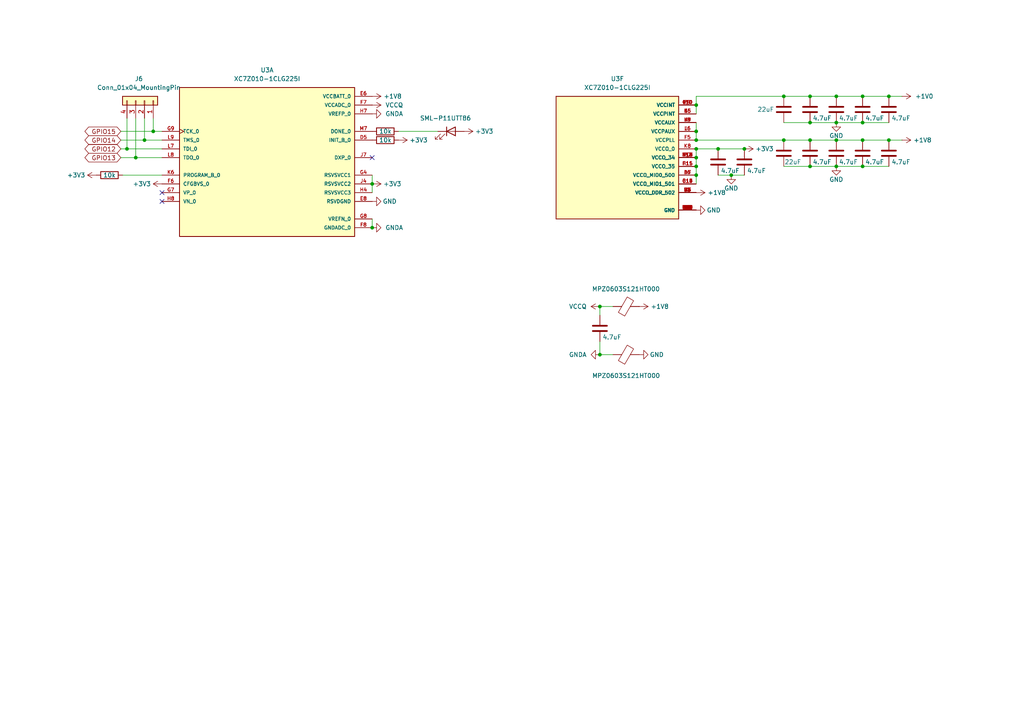
<source format=kicad_sch>
(kicad_sch (version 20231120) (generator "eeschema") (generator_version "8.0")
  (paper "A4")
  (lib_symbols
    (symbol "Connector_Generic_MountingPin:Conn_01x04_MountingPin" (pin_names (offset 1.016) hide)
      (property "Reference" "J6" (at 6.35 -1.6256 90))
      (property "Value" "Conn_01x04_MountingPin" (at 3.81 -1.6256 90))
      (symbol "Conn_01x04_MountingPin_1_1"
        (rectangle (start -1.27 -4.953) (end 0 -5.207) (stroke (width 0.1524)))
        (rectangle (start -1.27 -2.413) (end 0 -2.667) (stroke (width 0.1524)))
        (rectangle (start -1.27 0.127) (end 0 -0.127) (stroke (width 0.1524)))
        (rectangle (start -1.27 2.667) (end 0 2.413) (stroke (width 0.1524)))
        (rectangle (start -1.27 3.81) (end 1.27 -6.35) (stroke (width 0.254)) (fill (type background)))
        (pin passive line (at -5.08 2.54 0) (length 3.81) (name "Pin_1") (number "1"))
        (pin passive line (at -5.08 0 0) (length 3.81) (name "Pin_2") (number "2"))
        (pin passive line (at -5.08 -2.54 0) (length 3.81) (name "Pin_3") (number "3"))
        (pin passive line (at -5.08 -5.08 0) (length 3.81) (name "Pin_4") (number "4"))
      )
    )
    (symbol "Device:C" (pin_numbers hide) (pin_names (offset 0.254))
      (property "Reference" "C" (at 0.635 2.54 0))
      (property "Value" "C" (at 0.635 -2.54 0))
      (symbol "C_0_1"
        (polyline (pts (xy -2.032 -0.762) (xy 2.032 -0.762)) (stroke (width 0.508)))
        (polyline (pts (xy -2.032 0.762) (xy 2.032 0.762)) (stroke (width 0.508)))
      )
      (symbol "C_1_1"
        (pin passive line (at 0 3.81 270) (length 2.794) (name "~") (number "1"))
        (pin passive line (at 0 -3.81 90) (length 2.794) (name "~") (number "2"))
      )
    )
    (symbol "Device:FerriteBead" (pin_numbers hide) (pin_names (offset 0))
      (property "Reference" "FB" (at -3.81 0.635 90))
      (property "Value" "FerriteBead" (at 3.81 0 90))
      (symbol "FerriteBead_0_1"
        (polyline (pts (xy 0 -1.27) (xy 0 -1.2192)))
        (polyline (pts (xy 0 1.27) (xy 0 1.2954)))
        (polyline (pts (xy -2.7686 0.4064) (xy -1.7018 2.2606) (xy 2.7686 -0.3048) (xy 1.6764 -2.159) (xy -2.7686 0.4064)))
      )
      (symbol "FerriteBead_1_1"
        (pin passive line (at 0 3.81 270) (length 2.54) (name "~") (number "1"))
        (pin passive line (at 0 -3.81 90) (length 2.54) (name "~") (number "2"))
      )
    )
    (symbol "Device:LED" (pin_numbers hide) (pin_names (offset 1.016) hide)
      (property "Reference" "D" (at 0 2.54 0))
      (property "Value" "LED" (at 0 -2.54 0))
      (symbol "LED_0_1"
        (polyline (pts (xy -1.27 -1.27) (xy -1.27 1.27)) (stroke (width 0.254)))
        (polyline (pts (xy -1.27 0) (xy 1.27 0)))
        (polyline (pts (xy 1.27 -1.27) (xy 1.27 1.27) (xy -1.27 0) (xy 1.27 -1.27)) (stroke (width 0.254)))
        (polyline (pts (xy -3.048 -0.762) (xy -4.572 -2.286) (xy -3.81 -2.286) (xy -4.572 -2.286) (xy -4.572 -1.524)))
        (polyline (pts (xy -1.778 -0.762) (xy -3.302 -2.286) (xy -2.54 -2.286) (xy -3.302 -2.286) (xy -3.302 -1.524)))
      )
      (symbol "LED_1_1"
        (pin passive line (at -3.81 0 0) (length 2.54) (name "K") (number "1"))
        (pin passive line (at 3.81 0 180) (length 2.54) (name "A") (number "2"))
      )
    )
    (symbol "Device:R" (pin_numbers hide) (pin_names (offset 0))
      (property "Reference" "R" (at 2.032 0 90))
      (property "Value" "R" (at 0 0 90))
      (symbol "R_0_1"
        (rectangle (start -1.016 -2.54) (end 1.016 2.54) (stroke (width 0.254)))
      )
      (symbol "R_1_1"
        (pin passive line (at 0 3.81 270) (length 1.27) (name "~") (number "1"))
        (pin passive line (at 0 -3.81 90) (length 1.27) (name "~") (number "2"))
      )
    )
    (symbol "ESP32-PRO_Rev_B1:GND" (power) (pin_names (offset 0))
      (property "Value" "GND" (at 0 -3.81 0))
      (symbol "GND_0_1"
        (polyline (pts (xy 0 0) (xy 0 -1.27) (xy 1.27 -1.27) (xy 0 -2.54) (xy -1.27 -1.27) (xy 0 -1.27)))
      )
      (symbol "GND_1_1"
        (pin power_in line (at 0 0 270) (length 0) hide (name "GND") (number "1"))
      )
    )
    (symbol "Personal:XC7Z010-1CLG225I" (pin_names (offset 1.016))
      (property "Reference" "U" (at -25.5456 24.8201 0))
      (property "Value" "XC7Z010-1CLG225I" (at -25.5473 -24.1252 0))
      (symbol "XC7Z010-1CLG225I_1_0"
        (rectangle (start -25.4 -20.32) (end 25.4 22.86) (stroke (width 0.254)) (fill (type background)))
        (pin bidirectional line (at 30.48 7.62 180) (length 5.08) (name "INIT_B_0") (number "D5"))
        (pin power_in line (at 30.48 20.32 180) (length 5.08) (name "VCCBATT_0") (number "E6"))
        (pin passive line (at 30.48 -10.16 180) (length 5.08) (name "RSVDGND") (number "E8"))
        (pin input line (at -30.48 -5.08 0) (length 5.08) (name "CFGBVS_0") (number "F6"))
        (pin power_in line (at 30.48 17.78 180) (length 5.08) (name "VCCADC_0") (number "F7"))
        (pin power_in line (at 30.48 -17.78 180) (length 5.08) (name "GNDADC_0") (number "F8"))
        (pin passive line (at 30.48 -2.54 180) (length 5.08) (name "RSVSVCC1") (number "G4"))
        (pin input line (at -30.48 -7.62 0) (length 5.08) (name "VP_0") (number "G7"))
        (pin power_in line (at 30.48 -15.24 180) (length 5.08) (name "VREFN_0") (number "G8"))
        (pin input clock (at -30.48 10.16 0) (length 5.08) (name "TCK_0") (number "G9"))
        (pin passive line (at 30.48 -7.62 180) (length 5.08) (name "RSVSVCC3") (number "H4"))
        (pin power_in line (at 30.48 15.24 180) (length 5.08) (name "VREFP_0") (number "H7"))
        (pin input line (at -30.48 -10.16 0) (length 5.08) (name "VN_0") (number "H8"))
        (pin passive line (at 30.48 -5.08 180) (length 5.08) (name "RSVSVCC2") (number "J4"))
        (pin output line (at 30.48 2.54 180) (length 5.08) (name "DXP_0") (number "J7"))
        (pin input line (at -30.48 -2.54 0) (length 5.08) (name "PROGRAM_B_0") (number "K6"))
        (pin input line (at -30.48 5.08 0) (length 5.08) (name "TDI_0") (number "L7"))
        (pin output line (at -30.48 2.54 0) (length 5.08) (name "TDO_0") (number "L8"))
        (pin input line (at -30.48 7.62 0) (length 5.08) (name "TMS_0") (number "L9"))
        (pin bidirectional line (at 30.48 10.16 180) (length 5.08) (name "DONE_0") (number "M7"))
      )
      (symbol "XC7Z010-1CLG225I_2_0"
        (rectangle (start -27.94 -30.48) (end 27.94 33.02) (stroke (width 0.254)) (fill (type background)))
        (pin bidirectional line (at -33.02 30.48 0) (length 5.08) (name "IO_L1P_T0_34") (number "G11"))
        (pin bidirectional line (at -33.02 25.4 0) (length 5.08) (name "IO_L2P_T0_34") (number "G12"))
        (pin bidirectional line (at -33.02 20.32 0) (length 5.08) (name "IO_L3P_T0_DQS_PUDC_B_34") (number "G14"))
        (pin bidirectional line (at -33.02 5.08 0) (length 5.08) (name "IO_L6P_T0_34") (number "H11"))
        (pin bidirectional line (at -33.02 27.94 0) (length 5.08) (name "IO_L1N_T0_34") (number "H12"))
        (pin bidirectional line (at -33.02 22.86 0) (length 5.08) (name "IO_L2N_T0_34") (number "H13"))
        (pin bidirectional line (at -33.02 17.78 0) (length 5.08) (name "IO_L3N_T0_DQS_34") (number "H14"))
        (pin bidirectional line (at -33.02 2.54 0) (length 5.08) (name "IO_L6N_T0_VREF_34") (number "J11"))
        (pin bidirectional line (at -33.02 10.16 0) (length 5.08) (name "IO_L5P_T0_34") (number "J13"))
        (pin bidirectional line (at -33.02 7.62 0) (length 5.08) (name "IO_L5N_T0_34") (number "J14"))
        (pin bidirectional line (at -33.02 15.24 0) (length 5.08) (name "IO_L4P_T0_34") (number "J15"))
        (pin bidirectional line (at -33.02 -20.32 0) (length 5.08) (name "IO_L11P_T1_SRCC_34") (number "K11"))
        (pin bidirectional line (at -33.02 -22.86 0) (length 5.08) (name "IO_L11N_T1_SRCC_34") (number "K12"))
        (pin bidirectional line (at -33.02 -15.24 0) (length 5.08) (name "IO_L10P_T1_34") (number "K13"))
        (pin bidirectional line (at -33.02 12.7 0) (length 5.08) (name "IO_L4N_T0_34") (number "K15"))
        (pin bidirectional line (at -33.02 -25.4 0) (length 5.08) (name "IO_L12P_T1_MRCC_34") (number "L12"))
        (pin bidirectional line (at -33.02 -17.78 0) (length 5.08) (name "IO_L10N_T1_34") (number "L13"))
        (pin bidirectional line (at -33.02 -10.16 0) (length 5.08) (name "IO_L9P_T1_DQS_34") (number "L14"))
        (pin bidirectional line (at -33.02 -5.08 0) (length 5.08) (name "IO_L8P_T1_34") (number "L15"))
        (pin bidirectional line (at 33.02 -5.08 180) (length 5.08) (name "IO_L21P_T3_DQS_34") (number "M10"))
        (pin bidirectional line (at 33.02 -7.62 180) (length 5.08) (name "IO_L21N_T3_DQS_34") (number "M11"))
        (pin bidirectional line (at -33.02 -27.94 0) (length 5.08) (name "IO_L12N_T1_MRCC_34") (number "M12"))
        (pin bidirectional line (at -33.02 -12.7 0) (length 5.08) (name "IO_L9N_T1_DQS_34") (number "M14"))
        (pin bidirectional line (at -33.02 -7.62 0) (length 5.08) (name "IO_L8N_T1_34") (number "M15"))
        (pin bidirectional line (at 33.02 5.08 180) (length 5.08) (name "IO_L19P_T3_34") (number "M9"))
        (pin bidirectional line (at 33.02 30.48 180) (length 5.08) (name "IO_L13P_T2_MRCC_34") (number "N11"))
        (pin bidirectional line (at 33.02 27.94 180) (length 5.08) (name "IO_L13N_T2_MRCC_34") (number "N12"))
        (pin bidirectional line (at -33.02 0 0) (length 5.08) (name "IO_L7P_T1_34") (number "N13"))
        (pin bidirectional line (at -33.02 -2.54 0) (length 5.08) (name "IO_L7N_T1_34") (number "N14"))
        (pin bidirectional line (at 33.02 -10.16 180) (length 5.08) (name "IO_L22P_T3_34") (number "N7"))
        (pin bidirectional line (at 33.02 -12.7 180) (length 5.08) (name "IO_L22N_T3_34") (number "N8"))
        (pin bidirectional line (at 33.02 2.54 180) (length 5.08) (name "IO_L19N_T3_VREF_34") (number "N9"))
        (pin bidirectional line (at 33.02 -20.32 180) (length 5.08) (name "IO_L24P_T3_34") (number "P10"))
        (pin bidirectional line (at 33.02 20.32 180) (length 5.08) (name "IO_L16P_T2_34") (number "P11"))
        (pin bidirectional line (at 33.02 10.16 180) (length 5.08) (name "IO_L18P_T2_34") (number "P13"))
        (pin bidirectional line (at 33.02 7.62 180) (length 5.08) (name "IO_L18N_T2_34") (number "P14"))
        (pin bidirectional line (at 33.02 25.4 180) (length 5.08) (name "IO_L15P_T2_DQS_34") (number "P15"))
        (pin bidirectional line (at 33.02 -15.24 180) (length 5.08) (name "IO_L23P_T3_34") (number "P8"))
        (pin bidirectional line (at 33.02 -17.78 180) (length 5.08) (name "IO_L23N_T3_34") (number "P9"))
        (pin bidirectional line (at 33.02 -22.86 180) (length 5.08) (name "IO_L24N_T3_34") (number "R10"))
        (pin bidirectional line (at 33.02 17.78 180) (length 5.08) (name "IO_L16N_T2_34") (number "R11"))
        (pin bidirectional line (at 33.02 15.24 180) (length 5.08) (name "IO_L17P_T2_34") (number "R12"))
        (pin bidirectional line (at 33.02 12.7 180) (length 5.08) (name "IO_L17N_T2_34") (number "R13"))
        (pin bidirectional line (at 33.02 22.86 180) (length 5.08) (name "IO_L15N_T2_DQS_34") (number "R15"))
        (pin bidirectional line (at 33.02 0 180) (length 5.08) (name "IO_L20P_T3_34") (number "R7"))
        (pin bidirectional line (at 33.02 -2.54 180) (length 5.08) (name "IO_L20N_T3_34") (number "R8"))
      )
      (symbol "XC7Z010-1CLG225I_3_0"
        (rectangle (start -22.86 -10.16) (end 22.86 12.7) (stroke (width 0.254)) (fill (type background)))
        (pin bidirectional line (at -27.94 5.08 0) (length 5.08) (name "IO_L2P_T0_AD8P_35") (number "E11"))
        (pin bidirectional line (at -27.94 2.54 0) (length 5.08) (name "IO_L2N_T0_AD8N_35") (number "E12"))
        (pin bidirectional line (at -27.94 7.62 0) (length 5.08) (name "IO_L1N_T0_AD0N_35") (number "E13"))
        (pin bidirectional line (at -27.94 10.16 0) (length 5.08) (name "IO_L1P_T0_AD0P_35") (number "F12"))
        (pin bidirectional line (at -27.94 0 0) (length 5.08) (name "IO_L3P_T0_DQS_AD1P_35") (number "F13"))
        (pin bidirectional line (at -27.94 -2.54 0) (length 5.08) (name "IO_L3N_T0_DQS_AD1N_35") (number "F14"))
        (pin bidirectional line (at -27.94 -7.62 0) (length 5.08) (name "IO_L5N_T0_AD9N_35") (number "F15"))
        (pin bidirectional line (at -27.94 -5.08 0) (length 5.08) (name "IO_L5P_T0_AD9P_35") (number "G15"))
      )
      (symbol "XC7Z010-1CLG225I_4_0"
        (rectangle (start -22.86 -25.4) (end 22.86 25.4) (stroke (width 0.254)) (fill (type background)))
        (pin bidirectional line (at -27.94 0 0) (length 5.08) (name "PS_MIO6_500") (number "A10"))
        (pin bidirectional line (at 27.94 -20.32 180) (length 5.08) (name "PS_MIO52_501") (number "A12"))
        (pin bidirectional line (at 27.94 -10.16 180) (length 5.08) (name "PS_MIO38_501") (number "A13"))
        (pin bidirectional line (at 27.94 -2.54 180) (length 5.08) (name "PS_MIO35_501") (number "A14"))
        (pin bidirectional line (at 27.94 15.24 180) (length 5.08) (name "PS_MIO28_501") (number "A15"))
        (pin bidirectional line (at -27.94 12.7 0) (length 5.08) (name "PS_MIO1_500") (number "A5"))
        (pin bidirectional line (at -27.94 7.62 0) (length 5.08) (name "PS_MIO3_500") (number "A7"))
        (pin bidirectional line (at -27.94 10.16 0) (length 5.08) (name "PS_MIO2_500") (number "A8"))
        (pin bidirectional line (at -27.94 2.54 0) (length 5.08) (name "PS_MIO5_500") (number "A9"))
        (pin bidirectional line (at -27.94 -12.7 0) (length 5.08) (name "PS_MIO11_500") (number "B10"))
        (pin input line (at 27.94 20.32 180) (length 5.08) (name "PS_SRST_B_501") (number "B11"))
        (pin bidirectional line (at 27.94 -15.24 180) (length 5.08) (name "PS_MIO48_501") (number "B12"))
        (pin bidirectional line (at 27.94 -5.08 180) (length 5.08) (name "PS_MIO36_501") (number "B14"))
        (pin bidirectional line (at 27.94 10.16 180) (length 5.08) (name "PS_MIO30_501") (number "B15"))
        (pin bidirectional line (at -27.94 -7.62 0) (length 5.08) (name "PS_MIO9_500") (number "B5"))
        (pin bidirectional line (at -27.94 -5.08 0) (length 5.08) (name "PS_MIO8_500") (number "B6"))
        (pin bidirectional line (at -27.94 -15.24 0) (length 5.08) (name "PS_MIO12_500") (number "B7"))
        (pin bidirectional line (at -27.94 -20.32 0) (length 5.08) (name "PS_MIO14_500") (number "B9"))
        (pin bidirectional line (at 27.94 2.54 180) (length 5.08) (name "PS_MIO33_501") (number "C11"))
        (pin bidirectional line (at 27.94 7.62 180) (length 5.08) (name "PS_MIO31_501") (number "C12"))
        (pin bidirectional line (at 27.94 -22.86 180) (length 5.08) (name "PS_MIO53_501") (number "C13"))
        (pin bidirectional line (at 27.94 -7.62 180) (length 5.08) (name "PS_MIO37_501") (number "C14"))
        (pin bidirectional line (at -27.94 -17.78 0) (length 5.08) (name "PS_MIO13_500") (number "C6"))
        (pin input clock (at -27.94 22.86 0) (length 5.08) (name "PS_CLK_500") (number "C7"))
        (pin bidirectional line (at -27.94 5.08 0) (length 5.08) (name "PS_MIO4_500") (number "C8"))
        (pin input line (at -27.94 20.32 0) (length 5.08) (name "PS_POR_B_500") (number "C9"))
        (pin bidirectional line (at -27.94 -22.86 0) (length 5.08) (name "PS_MIO15_500") (number "D10"))
        (pin bidirectional line (at 27.94 12.7 180) (length 5.08) (name "PS_MIO29_501") (number "D11"))
        (pin bidirectional line (at 27.94 -17.78 180) (length 5.08) (name "PS_MIO49_501") (number "D13"))
        (pin bidirectional line (at 27.94 -12.7 180) (length 5.08) (name "PS_MIO39_501") (number "D14"))
        (pin bidirectional line (at 27.94 0 180) (length 5.08) (name "PS_MIO34_501") (number "D15"))
        (pin bidirectional line (at -27.94 -10.16 0) (length 5.08) (name "PS_MIO10_500") (number "D6"))
        (pin bidirectional line (at -27.94 15.24 0) (length 5.08) (name "PS_MIO0_500") (number "D8"))
        (pin bidirectional line (at -27.94 -2.54 0) (length 5.08) (name "PS_MIO7_500") (number "D9"))
        (pin bidirectional line (at 27.94 5.08 180) (length 5.08) (name "PS_MIO32_501") (number "E15"))
      )
      (symbol "XC7Z010-1CLG225I_5_0"
        (rectangle (start -27.94 -43.18) (end 27.94 43.18) (stroke (width 0.254)) (fill (type background)))
        (pin bidirectional line (at -33.02 38.1 0) (length 5.08) (name "PS_DDR_DQ1_502") (number "A2"))
        (pin bidirectional line (at -33.02 22.86 0) (length 5.08) (name "PS_DDR_DQ7_502") (number "A3"))
        (pin bidirectional line (at -33.02 27.94 0) (length 5.08) (name "PS_DDR_DQ5_502") (number "A4"))
        (pin output line (at 33.02 -2.54 180) (length 5.08) (name "PS_DDR_DM0_502") (number "B1"))
        (pin bidirectional line (at -33.02 -2.54 0) (length 5.08) (name "PS_DDR_DQS_N0_502") (number "B2"))
        (pin bidirectional line (at -33.02 30.48 0) (length 5.08) (name "PS_DDR_DQ4_502") (number "B4"))
        (pin bidirectional line (at -33.02 33.02 0) (length 5.08) (name "PS_DDR_DQ3_502") (number "C1"))
        (pin bidirectional line (at -33.02 0 0) (length 5.08) (name "PS_DDR_DQS_P0_502") (number "C2"))
        (pin bidirectional line (at -33.02 25.4 0) (length 5.08) (name "PS_DDR_DQ6_502") (number "C3"))
        (pin bidirectional line (at -33.02 35.56 0) (length 5.08) (name "PS_DDR_DQ2_502") (number "C4"))
        (pin bidirectional line (at -33.02 17.78 0) (length 5.08) (name "PS_DDR_DQ9_502") (number "D1"))
        (pin output line (at 33.02 -5.08 180) (length 5.08) (name "PS_DDR_DM1_502") (number "D3"))
        (pin bidirectional line (at -33.02 40.64 0) (length 5.08) (name "PS_DDR_DQ0_502") (number "D4"))
        (pin bidirectional line (at -33.02 20.32 0) (length 5.08) (name "PS_DDR_DQ8_502") (number "E1"))
        (pin bidirectional line (at -33.02 15.24 0) (length 5.08) (name "PS_DDR_DQ10_502") (number "E2"))
        (pin bidirectional line (at -33.02 12.7 0) (length 5.08) (name "PS_DDR_DQ11_502") (number "E3"))
        (pin bidirectional line (at -33.02 -7.62 0) (length 5.08) (name "PS_DDR_DQS_N1_502") (number "F2"))
        (pin bidirectional line (at -33.02 10.16 0) (length 5.08) (name "PS_DDR_DQ12_502") (number "F3"))
        (pin power_in line (at 33.02 40.64 180) (length 5.08) (name "PS_DDR_VREF0_502") (number "F4"))
        (pin bidirectional line (at -33.02 7.62 0) (length 5.08) (name "PS_DDR_DQ13_502") (number "G1"))
        (pin bidirectional line (at -33.02 -5.08 0) (length 5.08) (name "PS_DDR_DQS_P1_502") (number "G2"))
        (pin bidirectional line (at -33.02 5.08 0) (length 5.08) (name "PS_DDR_DQ14_502") (number "H1"))
        (pin bidirectional line (at -33.02 2.54 0) (length 5.08) (name "PS_DDR_DQ15_502") (number "H2"))
        (pin output line (at 33.02 -38.1 180) (length 5.08) (name "PS_DDR_VRP_502") (number "H3"))
        (pin output line (at 33.02 10.16 180) (length 5.08) (name "PS_DDR_A10_502") (number "J1"))
        (pin output line (at 33.02 -40.64 180) (length 5.08) (name "PS_DDR_VRN_502") (number "J3"))
        (pin output line (at 33.02 0 180) (length 5.08) (name "PS_DDR_A14_502") (number "K1"))
        (pin output line (at 33.02 2.54 180) (length 5.08) (name "PS_DDR_A13_502") (number "K2"))
        (pin output line (at 33.02 -25.4 180) (length 5.08) (name "PS_DDR_ODT_502") (number "K3"))
        (pin output line (at 33.02 7.62 180) (length 5.08) (name "PS_DDR_A11_502") (number "L2"))
        (pin output line (at 33.02 -20.32 180) (length 5.08) (name "PS_DDR_CKE_502") (number "L3"))
        (pin output line (at 33.02 -22.86 180) (length 5.08) (name "PS_DDR_DRST_B_502") (number "L4"))
        (pin output line (at 33.02 30.48 180) (length 5.08) (name "PS_DDR_A2_502") (number "M1"))
        (pin output line (at 33.02 5.08 180) (length 5.08) (name "PS_DDR_A12_502") (number "M2"))
        (pin output line (at 33.02 27.94 180) (length 5.08) (name "PS_DDR_A3_502") (number "M4"))
        (pin output line (at 33.02 17.78 180) (length 5.08) (name "PS_DDR_A7_502") (number "M5"))
        (pin output line (at 33.02 -7.62 180) (length 5.08) (name "PS_DDR_BA0_502") (number "M6"))
        (pin output line (at 33.02 33.02 180) (length 5.08) (name "PS_DDR_A1_502") (number "N1"))
        (pin output clock (at 33.02 -17.78 180) (length 5.08) (name "PS_DDR_CKN_502") (number "N2"))
        (pin output clock (at 33.02 -15.24 180) (length 5.08) (name "PS_DDR_CKP_502") (number "N3"))
        (pin output line (at 33.02 12.7 180) (length 5.08) (name "PS_DDR_A9_502") (number "N4"))
        (pin output line (at 33.02 -12.7 180) (length 5.08) (name "PS_DDR_BA2_502") (number "N6"))
        (pin output line (at 33.02 35.56 180) (length 5.08) (name "PS_DDR_A0_502") (number "P1"))
        (pin output line (at 33.02 25.4 180) (length 5.08) (name "PS_DDR_A4_502") (number "P3"))
        (pin output line (at 33.02 22.86 180) (length 5.08) (name "PS_DDR_A5_502") (number "P4"))
        (pin output line (at 33.02 20.32 180) (length 5.08) (name "PS_DDR_A6_502") (number "P5"))
        (pin output line (at 33.02 15.24 180) (length 5.08) (name "PS_DDR_A8_502") (number "P6"))
        (pin output line (at 33.02 -10.16 180) (length 5.08) (name "PS_DDR_BA1_502") (number "R1"))
        (pin output line (at 33.02 -27.94 180) (length 5.08) (name "PS_DDR_CS_B_502") (number "R2"))
        (pin output line (at 33.02 -30.48 180) (length 5.08) (name "PS_DDR_WE_B_502") (number "R3"))
        (pin output line (at 33.02 -33.02 180) (length 5.08) (name "PS_DDR_CAS_B_502") (number "R5"))
        (pin output line (at 33.02 -35.56 180) (length 5.08) (name "PS_DDR_RAS_B_502") (number "R6"))
      )
      (symbol "XC7Z010-1CLG225I_6_0"
        (rectangle (start -17.78 -17.78) (end 17.78 17.78) (stroke (width 0.254)) (fill (type background)))
        (pin power_in line (at 22.86 -15.24 180) (length 5.08) (name "GND") (number "A1"))
        (pin power_in line (at 22.86 -15.24 180) (length 5.08) (name "GND") (number "A11"))
        (pin power_in line (at 22.86 -5.08 180) (length 5.08) (name "VCCO_MIO0_500") (number "A6"))
        (pin power_in line (at 22.86 -7.62 180) (length 5.08) (name "VCCO_MIO1_501") (number "B13"))
        (pin power_in line (at 22.86 -10.16 180) (length 5.08) (name "VCCO_DDR_502") (number "B3"))
        (pin power_in line (at 22.86 -15.24 180) (length 5.08) (name "GND") (number "B8"))
        (pin power_in line (at 22.86 -7.62 180) (length 5.08) (name "VCCO_MIO1_501") (number "C10"))
        (pin power_in line (at 22.86 -15.24 180) (length 5.08) (name "GND") (number "C15"))
        (pin power_in line (at 22.86 -15.24 180) (length 5.08) (name "GND") (number "C5"))
        (pin power_in line (at 22.86 -15.24 180) (length 5.08) (name "GND") (number "D12"))
        (pin power_in line (at 22.86 -15.24 180) (length 5.08) (name "GND") (number "D2"))
        (pin power_in line (at 22.86 -5.08 180) (length 5.08) (name "VCCO_MIO0_500") (number "D7"))
        (pin power_in line (at 22.86 15.24 180) (length 5.08) (name "VCCINT") (number "E10"))
        (pin power_in line (at 22.86 -7.62 180) (length 5.08) (name "VCCO_MIO1_501") (number "E14"))
        (pin power_in line (at 22.86 -10.16 180) (length 5.08) (name "VCCO_DDR_502") (number "E4"))
        (pin power_in line (at 22.86 -15.24 180) (length 5.08) (name "GND") (number "E5"))
        (pin power_in line (at 22.86 -15.24 180) (length 5.08) (name "GND") (number "E7"))
        (pin power_in line (at 22.86 -15.24 180) (length 5.08) (name "GND") (number "E9"))
        (pin power_in line (at 22.86 -10.16 180) (length 5.08) (name "VCCO_DDR_502") (number "F1"))
        (pin power_in line (at 22.86 -15.24 180) (length 5.08) (name "GND") (number "F10"))
        (pin power_in line (at 22.86 -2.54 180) (length 5.08) (name "VCCO_35") (number "F11"))
        (pin power_in line (at 22.86 5.08 180) (length 5.08) (name "VCCPLL") (number "F5"))
        (pin power_in line (at 22.86 15.24 180) (length 5.08) (name "VCCINT") (number "F9"))
        (pin power_in line (at 22.86 15.24 180) (length 5.08) (name "VCCINT") (number "G10"))
        (pin power_in line (at 22.86 -15.24 180) (length 5.08) (name "GND") (number "G13"))
        (pin power_in line (at 22.86 -15.24 180) (length 5.08) (name "GND") (number "G3"))
        (pin power_in line (at 22.86 -15.24 180) (length 5.08) (name "GND") (number "G5"))
        (pin power_in line (at 22.86 12.7 180) (length 5.08) (name "VCCPINT") (number "G6"))
        (pin power_in line (at 22.86 -15.24 180) (length 5.08) (name "GND") (number "H10"))
        (pin power_in line (at 22.86 -2.54 180) (length 5.08) (name "VCCO_35") (number "H15"))
        (pin power_in line (at 22.86 12.7 180) (length 5.08) (name "VCCPINT") (number "H5"))
        (pin power_in line (at 22.86 -15.24 180) (length 5.08) (name "GND") (number "H6"))
        (pin power_in line (at 22.86 10.16 180) (length 5.08) (name "VCCAUX") (number "H9"))
        (pin power_in line (at 22.86 15.24 180) (length 5.08) (name "VCCINT") (number "J10"))
        (pin power_in line (at 22.86 0 180) (length 5.08) (name "VCCO_34") (number "J12"))
        (pin power_in line (at 22.86 -10.16 180) (length 5.08) (name "VCCO_DDR_502") (number "J2"))
        (pin power_in line (at 22.86 -15.24 180) (length 5.08) (name "GND") (number "J5"))
        (pin power_in line (at 22.86 7.62 180) (length 5.08) (name "VCCPAUX") (number "J6"))
        (pin power_in line (at 22.86 10.16 180) (length 5.08) (name "VCCAUX") (number "J8"))
        (pin power_in line (at 22.86 -15.24 180) (length 5.08) (name "GND") (number "J9"))
        (pin power_in line (at 22.86 -15.24 180) (length 5.08) (name "GND") (number "K10"))
        (pin power_in line (at 22.86 -15.24 180) (length 5.08) (name "GND") (number "K14"))
        (pin power_in line (at 22.86 -15.24 180) (length 5.08) (name "GND") (number "K4"))
        (pin power_in line (at 22.86 12.7 180) (length 5.08) (name "VCCPINT") (number "K5"))
        (pin power_in line (at 22.86 -15.24 180) (length 5.08) (name "GND") (number "K7"))
        (pin power_in line (at 22.86 2.54 180) (length 5.08) (name "VCCO_0") (number "K8"))
        (pin power_in line (at 22.86 10.16 180) (length 5.08) (name "VCCAUX") (number "K9"))
        (pin power_in line (at 22.86 -15.24 180) (length 5.08) (name "GND") (number "L1"))
        (pin power_in line (at 22.86 15.24 180) (length 5.08) (name "VCCINT") (number "L10"))
        (pin power_in line (at 22.86 -15.24 180) (length 5.08) (name "GND") (number "L11"))
        (pin power_in line (at 22.86 -15.24 180) (length 5.08) (name "GND") (number "L5"))
        (pin power_in line (at 22.86 7.62 180) (length 5.08) (name "VCCPAUX") (number "L6"))
        (pin power_in line (at 22.86 0 180) (length 5.08) (name "VCCO_34") (number "M13"))
        (pin power_in line (at 22.86 -10.16 180) (length 5.08) (name "VCCO_DDR_502") (number "M3"))
        (pin power_in line (at 22.86 -15.24 180) (length 5.08) (name "GND") (number "M8"))
        (pin power_in line (at 22.86 0 180) (length 5.08) (name "VCCO_34") (number "N10"))
        (pin power_in line (at 22.86 -15.24 180) (length 5.08) (name "GND") (number "N15"))
        (pin power_in line (at 22.86 -15.24 180) (length 5.08) (name "GND") (number "N5"))
        (pin power_in line (at 22.86 -15.24 180) (length 5.08) (name "GND") (number "P12"))
        (pin power_in line (at 22.86 -15.24 180) (length 5.08) (name "GND") (number "P2"))
        (pin power_in line (at 22.86 0 180) (length 5.08) (name "VCCO_34") (number "P7"))
        (pin power_in line (at 22.86 0 180) (length 5.08) (name "VCCO_34") (number "R14"))
        (pin power_in line (at 22.86 -10.16 180) (length 5.08) (name "VCCO_DDR_502") (number "R4"))
        (pin power_in line (at 22.86 -15.24 180) (length 5.08) (name "GND") (number "R9"))
      )
    )
    (symbol "power:+1V0" (power) (pin_numbers hide) (pin_names (offset 0) hide)
      (property "Value" "+1V0" (at 0 3.556 0))
      (symbol "+1V0_0_1"
        (polyline (pts (xy -0.762 1.27) (xy 0 2.54)))
        (polyline (pts (xy 0 0) (xy 0 2.54)))
        (polyline (pts (xy 0 2.54) (xy 0.762 1.27)))
      )
      (symbol "+1V0_1_1"
        (pin power_in line (at 0 0 90) (length 0) (name "~") (number "1"))
      )
    )
    (symbol "power:+1V8" (power) (pin_numbers hide) (pin_names (offset 0) hide)
      (property "Value" "+1V8" (at 0 3.556 0))
      (symbol "+1V8_0_1"
        (polyline (pts (xy -0.762 1.27) (xy 0 2.54)))
        (polyline (pts (xy 0 0) (xy 0 2.54)))
        (polyline (pts (xy 0 2.54) (xy 0.762 1.27)))
      )
      (symbol "+1V8_1_1"
        (pin power_in line (at 0 0 90) (length 0) (name "~") (number "1"))
      )
    )
    (symbol "power:+3V3" (power) (pin_names (offset 0))
      (property "Value" "+3V3" (at 0 3.556 0))
      (symbol "+3V3_0_1"
        (polyline (pts (xy -0.762 1.27) (xy 0 2.54)))
        (polyline (pts (xy 0 0) (xy 0 2.54)))
        (polyline (pts (xy 0 2.54) (xy 0.762 1.27)))
      )
      (symbol "+3V3_1_1"
        (pin power_in line (at 0 0 90) (length 0) hide (name "+3V3") (number "1"))
      )
    )
    (symbol "power:GNDA" (power) (pin_numbers hide) (pin_names (offset 0) hide)
      (property "Value" "GNDA" (at 0 -3.81 0))
      (symbol "GNDA_0_1"
        (polyline (pts (xy 0 0) (xy 0 -1.27) (xy 1.27 -1.27) (xy 0 -2.54) (xy -1.27 -1.27) (xy 0 -1.27)))
      )
      (symbol "GNDA_1_1"
        (pin power_in line (at 0 0 270) (length 0) (name "~") (number "1"))
      )
    )
    (symbol "power:VCCQ" (power) (pin_numbers hide) (pin_names (offset 0) hide)
      (property "Value" "VCCQ" (at 0 3.556 0))
      (symbol "VCCQ_0_1"
        (polyline (pts (xy -0.762 1.27) (xy 0 2.54)))
        (polyline (pts (xy 0 0) (xy 0 2.54)))
        (polyline (pts (xy 0 2.54) (xy 0.762 1.27)))
      )
      (symbol "VCCQ_1_1"
        (pin power_in line (at 0 0 90) (length 0) (name "~") (number "1"))
      )
    )
  )
  (junction (at 173.99 102.87))
  (junction (at 212.09 50.8))
  (junction (at 250.19 27.94))
  (junction (at 257.81 27.94))
  (junction (at 201.93 30.48))
  (junction (at 234.95 27.94))
  (junction (at 201.93 50.8))
  (junction (at 227.33 27.94))
  (junction (at 257.81 40.64))
  (junction (at 234.95 48.26))
  (junction (at 41.91 40.64))
  (junction (at 242.57 35.56))
  (junction (at 201.93 38.1))
  (junction (at 234.95 35.56))
  (junction (at 201.93 48.26))
  (junction (at 242.57 40.64))
  (junction (at 250.19 40.64))
  (junction (at 227.33 40.64))
  (junction (at 201.93 45.72))
  (junction (at 208.28 43.18))
  (junction (at 173.99 88.9))
  (junction (at 250.19 35.56))
  (junction (at 215.9 43.18))
  (junction (at 36.83 43.18))
  (junction (at 107.95 66.04))
  (junction (at 201.93 40.64))
  (junction (at 44.45 38.1))
  (junction (at 242.57 48.26))
  (junction (at 39.37 45.72))
  (junction (at 234.95 40.64))
  (junction (at 250.19 48.26))
  (junction (at 201.93 43.18))
  (junction (at 242.57 27.94))
  (junction (at 107.95 53.34))
  (no_connect (at 46.99 55.88))
  (no_connect (at 46.99 58.42))
  (no_connect (at 107.95 45.72))
  (wire (pts (xy 227.33 35.56) (xy 234.95 35.56)))
  (wire (pts (xy 39.37 34.29) (xy 39.37 45.72)))
  (wire (pts (xy 107.95 63.5) (xy 107.95 66.04)))
  (wire (pts (xy 44.45 34.29) (xy 44.45 38.1)))
  (wire (pts (xy 208.28 43.18) (xy 215.9 43.18)))
  (wire (pts (xy 107.95 53.34) (xy 107.95 55.88)))
  (wire (pts (xy 36.83 43.18) (xy 46.99 43.18)))
  (wire (pts (xy 227.33 27.94) (xy 234.95 27.94)))
  (wire (pts (xy 173.99 91.44) (xy 173.99 88.9)))
  (wire (pts (xy 201.93 27.94) (xy 201.93 30.48)))
  (wire (pts (xy 35.052 43.18) (xy 36.83 43.18)))
  (wire (pts (xy 250.19 40.64) (xy 257.81 40.64)))
  (wire (pts (xy 201.93 30.48) (xy 201.93 33.02)))
  (wire (pts (xy 201.93 43.18) (xy 208.28 43.18)))
  (wire (pts (xy 257.81 40.64) (xy 261.62 40.64)))
  (wire (pts (xy 35.052 38.1) (xy 44.45 38.1)))
  (wire (pts (xy 35.56 50.8) (xy 46.99 50.8)))
  (wire (pts (xy 234.95 27.94) (xy 242.57 27.94)))
  (wire (pts (xy 201.93 27.94) (xy 227.33 27.94)))
  (wire (pts (xy 35.052 45.72) (xy 39.37 45.72)))
  (wire (pts (xy 242.57 27.94) (xy 250.19 27.94)))
  (wire (pts (xy 234.95 48.26) (xy 242.57 48.26)))
  (wire (pts (xy 208.28 50.8) (xy 212.09 50.8)))
  (wire (pts (xy 212.09 50.8) (xy 215.9 50.8)))
  (wire (pts (xy 201.93 50.8) (xy 201.93 53.34)))
  (wire (pts (xy 36.83 34.29) (xy 36.83 43.18)))
  (wire (pts (xy 242.57 35.56) (xy 250.19 35.56)))
  (wire (pts (xy 250.19 48.26) (xy 257.81 48.26)))
  (wire (pts (xy 234.95 35.56) (xy 242.57 35.56)))
  (wire (pts (xy 257.81 27.94) (xy 261.62 27.94)))
  (wire (pts (xy 39.37 45.72) (xy 46.99 45.72)))
  (wire (pts (xy 35.052 40.64) (xy 41.91 40.64)))
  (wire (pts (xy 250.19 35.56) (xy 257.81 35.56)))
  (wire (pts (xy 234.95 40.64) (xy 242.57 40.64)))
  (wire (pts (xy 227.33 48.26) (xy 234.95 48.26)))
  (wire (pts (xy 41.91 40.64) (xy 46.99 40.64)))
  (wire (pts (xy 201.93 45.72) (xy 201.93 48.26)))
  (wire (pts (xy 201.93 40.64) (xy 227.33 40.64)))
  (wire (pts (xy 242.57 40.64) (xy 250.19 40.64)))
  (wire (pts (xy 177.8 102.87) (xy 173.99 102.87)))
  (wire (pts (xy 173.99 102.87) (xy 173.99 99.06)))
  (wire (pts (xy 41.91 34.29) (xy 41.91 40.64)))
  (wire (pts (xy 227.33 40.64) (xy 234.95 40.64)))
  (wire (pts (xy 107.95 50.8) (xy 107.95 53.34)))
  (wire (pts (xy 201.93 35.56) (xy 201.93 38.1)))
  (wire (pts (xy 127 38.1) (xy 115.57 38.1)))
  (wire (pts (xy 44.45 38.1) (xy 46.99 38.1)))
  (wire (pts (xy 250.19 27.94) (xy 257.81 27.94)))
  (wire (pts (xy 173.99 88.9) (xy 177.8 88.9)))
  (wire (pts (xy 201.93 48.26) (xy 201.93 50.8)))
  (wire (pts (xy 201.93 38.1) (xy 201.93 40.64)))
  (wire (pts (xy 242.57 48.26) (xy 250.19 48.26)))
  (wire (pts (xy 201.93 43.18) (xy 201.93 45.72)))
  (global_label "GPIO13" (shape bidirectional) (at 35.052 45.72 180) (property "Intersheetrefs" "${INTERSHEET_REFS}" (effects (hide yes))))
  (global_label "GPIO12" (shape bidirectional) (at 35.052 43.18 180) (property "Intersheetrefs" "${INTERSHEET_REFS}" (effects (hide yes))))
  (global_label "GPIO14" (shape bidirectional) (at 35.052 40.64 180) (property "Intersheetrefs" "${INTERSHEET_REFS}" (effects (hide yes))))
  (global_label "GPIO15" (shape bidirectional) (at 35.052 38.1 180) (property "Intersheetrefs" "${INTERSHEET_REFS}" (effects (hide yes))))
  (symbol (lib_id "Device:C") (at 227.33 44.45 180) (unit 1)
    (property "Reference" "C12" (effects (hide yes)))
    (property "Value" "22uF" (at 232.41 46.99 0) (effects (justify left)))
    (property "Footprint" "Capacitor_SMD:C_0402_1005Metric" (effects (hide yes)))
    (property "Description" "Unpolarized capacitor" (effects (hide yes)))
  )
  (symbol (lib_id "ESP32-PRO_Rev_B1:GND") (at 212.09 50.8 0) (unit 1)
    (property "Reference" "#PWR034" (effects (hide yes)))
    (property "Value" "GND" (at 212.09 54.61 0))
  )
  (symbol (lib_id "power:+1V8") (at 261.62 40.64 270) (unit 1)
    (property "Reference" "#PWR035" (effects (hide yes)))
    (property "Value" "+1V8" (at 264.922 40.64 90) (effects (justify left)))
    (property "Description" "Power symbol creates a global label with name \"+1V8\"" (effects (hide yes)))
  )
  (symbol (lib_id "Device:LED") (at 130.81 38.1 0) (unit 1)
    (property "Reference" "D1" (effects (hide yes)))
    (property "Value" "SML-P11UTT86" (at 129.2225 34.29 0))
    (property "Footprint" "LED_SMD:LED_0402_1005Metric" (effects (hide yes)))
    (property "Description" "Light emitting diode" (effects (hide yes)))
  )
  (symbol (lib_id "Device:R") (at 111.76 40.64 270) (unit 1)
    (property "Reference" "R12" (effects (hide yes)))
    (property "Value" "10k" (at 111.76 40.64 90))
    (property "Footprint" "Capacitor_SMD:C_0402_1005Metric" (effects (hide yes)))
    (property "Description" "Resistor" (effects (hide yes)))
  )
  (symbol (lib_id "Device:C") (at 242.57 31.75 0) (unit 1)
    (property "Reference" "C21" (effects (hide yes)))
    (property "Value" "4.7uF" (at 243.332 34.29 0) (effects (justify left)))
    (property "Footprint" "Capacitor_SMD:C_0402_1005Metric" (effects (hide yes)))
    (property "Description" "Unpolarized capacitor" (effects (hide yes)))
  )
  (symbol (lib_id "ESP32-PRO_Rev_B1:GND") (at 201.93 60.96 90) (unit 1)
    (property "Reference" "#PWR039" (effects (hide yes)))
    (property "Value" "GND" (at 207.01 60.96 90))
  )
  (symbol (lib_id "power:+1V8") (at 201.93 55.88 270) (unit 1)
    (property "Reference" "#PWR038" (effects (hide yes)))
    (property "Value" "+1V8" (at 205.232 55.88 90) (effects (justify left)))
    (property "Description" "Power symbol creates a global label with name \"+1V8\"" (effects (hide yes)))
  )
  (symbol (lib_id "power:+3V3") (at 107.95 53.34 270) (unit 1)
    (property "Reference" "#PWR047" (effects (hide yes)))
    (property "Value" "+3V3" (at 113.792 53.34 90))
  )
  (symbol (lib_id "power:GNDA") (at 107.95 66.04 90) (mirror x) (unit 1)
    (property "Reference" "#PWR044" (effects (hide yes)))
    (property "Value" "GNDA" (at 111.76 66.0399 90) (effects (justify right)))
    (property "Description" "Power symbol creates a global label with name \"GNDA\" , analog ground" (effects (hide yes)))
  )
  (symbol (lib_id "power:+3V3") (at 46.99 53.34 90) (mirror x) (unit 1)
    (property "Reference" "#PWR049" (effects (hide yes)))
    (property "Value" "+3V3" (at 41.148 53.34 90))
  )
  (symbol (lib_id "Device:C") (at 234.95 31.75 0) (unit 1)
    (property "Reference" "C20" (effects (hide yes)))
    (property "Value" "4.7uF" (at 235.712 34.29 0) (effects (justify left)))
    (property "Footprint" "Capacitor_SMD:C_0402_1005Metric" (effects (hide yes)))
    (property "Description" "Unpolarized capacitor" (effects (hide yes)))
  )
  (symbol (lib_id "power:+3V3") (at 134.62 38.1 270) (unit 1)
    (property "Reference" "#PWR052" (effects (hide yes)))
    (property "Value" "+3V3" (at 140.462 38.1 90))
  )
  (symbol (lib_id "Device:R") (at 31.75 50.8 270) (unit 1)
    (property "Reference" "R13" (effects (hide yes)))
    (property "Value" "10k" (at 31.75 50.8 90))
    (property "Footprint" "Capacitor_SMD:C_0402_1005Metric" (effects (hide yes)))
    (property "Description" "Resistor" (effects (hide yes)))
  )
  (symbol (lib_id "ESP32-PRO_Rev_B1:GND") (at 242.57 35.56 0) (unit 1)
    (property "Reference" "#PWR053" (effects (hide yes)))
    (property "Value" "GND" (at 242.57 39.37 0))
  )
  (symbol (lib_id "Device:C") (at 215.9 46.99 0) (unit 1)
    (property "Reference" "C25" (effects (hide yes)))
    (property "Value" "4.7uF" (at 216.662 49.53 0) (effects (justify left)))
    (property "Footprint" "Capacitor_SMD:C_0402_1005Metric" (effects (hide yes)))
    (property "Description" "Unpolarized capacitor" (effects (hide yes)))
  )
  (symbol (lib_id "power:VCCQ") (at 107.95 30.48 270) (unit 1)
    (property "Reference" "#PWR041" (effects (hide yes)))
    (property "Value" "VCCQ" (at 111.76 30.4799 90) (effects (justify left)))
    (property "Description" "Power symbol creates a global label with name \"VCCQ\"" (effects (hide yes)))
  )
  (symbol (lib_id "Device:C") (at 250.19 44.45 0) (unit 1)
    (property "Reference" "C15" (effects (hide yes)))
    (property "Value" "4.7uF" (at 250.952 46.99 0) (effects (justify left)))
    (property "Footprint" "Capacitor_SMD:C_0402_1005Metric" (effects (hide yes)))
    (property "Description" "Unpolarized capacitor" (effects (hide yes)))
  )
  (symbol (lib_id "Personal:XC7Z010-1CLG225I") (at 179.07 45.72 0) (unit 6)
    (property "Reference" "U3" (at 179.07 22.86 0))
    (property "Value" "XC7Z010-1CLG225I" (at 179.07 25.4 0))
    (property "Footprint" "Sync_VT extras:225-LFBGA" (effects (hide yes)))
    (property "MF" "Xilinx Inc." (effects (hide yes)))
    (property "SNAPEDA_PACKAGE_ID" "16134" (effects (hide yes)))
    (property "PACKAGE" "CSPBGA-225 Xilinx" (effects (hide yes)))
    (property "MPN" "XC7Z010-1CLG225I" (effects (hide yes)))
    (property "PRICE" "61.07 USD" (effects (hide yes)))
    (property "Package" "CSPBGA-225 Xilinx" (effects (hide yes)))
    (property "Check_prices" "https://www.snapeda.com/parts/XC7Z010-1CLG225I/Xilinx+Inc./view-part/?ref=eda" (effects (hide yes)))
    (property "STANDARD" "IPC-7351B" (effects (hide yes)))
    (property "PARREV" "1.8" (effects (hide yes)))
    (property "SnapEDA_Link" "https://www.snapeda.com/parts/XC7Z010-1CLG225I/Xilinx+Inc./view-part/?ref=snap" (effects (hide yes)))
    (property "MP" "XC7Z010-1CLG225I" (effects (hide yes)))
    (property "Price" "None" (effects (hide yes)))
    (property "Description_1" "\n                        \n                            Dual ARM® Cortex®-A9 MPCore™ with CoreSight™ System On Chip (SOC) IC Zynq®-7000 Artix™-7 FPGA, 28K Logic Cells   667MHz 225-CSPBGA (13x13)\n                        \n" (effects (hide yes)))
    (property "Availability" "In Stock" (effects (hide yes)))
    (property "AVAILABILITY" "Bad" (effects (hide yes)))
    (property "MANUFACTURER" "Xilinx" (effects (hide yes)))
  )
  (symbol (lib_id "power:GNDA") (at 173.99 102.87 270) (unit 1)
    (property "Reference" "#PWR043" (effects (hide yes)))
    (property "Value" "GNDA" (at 170.18 102.8699 90) (effects (justify right)))
    (property "Description" "Power symbol creates a global label with name \"GNDA\" , analog ground" (effects (hide yes)))
  )
  (symbol (lib_id "power:+3V3") (at 27.94 50.8 90) (mirror x) (unit 1)
    (property "Reference" "#PWR050" (effects (hide yes)))
    (property "Value" "+3V3" (at 22.098 50.8 90))
  )
  (symbol (lib_id "power:+3V3") (at 215.9 43.18 270) (unit 1)
    (property "Reference" "#PWR037" (effects (hide yes)))
    (property "Value" "+3V3" (at 221.742 43.18 90))
  )
  (symbol (lib_id "Device:C") (at 250.19 31.75 0) (unit 1)
    (property "Reference" "C22" (effects (hide yes)))
    (property "Value" "4.7uF" (at 250.952 34.29 0) (effects (justify left)))
    (property "Footprint" "Capacitor_SMD:C_0402_1005Metric" (effects (hide yes)))
    (property "Description" "Unpolarized capacitor" (effects (hide yes)))
  )
  (symbol (lib_id "Connector_Generic_MountingPin:Conn_01x04_MountingPin") (at 41.91 29.21 270) (mirror x) (unit 1)
    (property "Reference" "J6" (at 40.2844 22.86 90))
    (property "Value" "Conn_01x04_MountingPin" (at 40.2844 25.4 90))
    (property "Footprint" "Connector_PinSocket_2.54mm:PinSocket_2x02_P2.54mm_Vertical" (effects (hide yes)))
    (property "Description" "Generic connectable mounting pin connector, single row, 01x04, script generated (kicad-library-utils/schlib/autogen/connector/)" (effects (hide yes)))
  )
  (symbol (lib_id "power:+1V8") (at 185.42 88.9 270) (unit 1)
    (property "Reference" "#PWR036" (effects (hide yes)))
    (property "Value" "+1V8" (at 188.722 88.9 90) (effects (justify left)))
    (property "Description" "Power symbol creates a global label with name \"+1V8\"" (effects (hide yes)))
  )
  (symbol (lib_id "Device:C") (at 173.99 95.25 0) (unit 1)
    (property "Reference" "C18" (effects (hide yes)))
    (property "Value" "4.7uF" (at 174.752 97.79 0) (effects (justify left)))
    (property "Footprint" "Capacitor_SMD:C_0402_1005Metric" (effects (hide yes)))
    (property "Description" "Unpolarized capacitor" (effects (hide yes)))
  )
  (symbol (lib_id "power:+1V0") (at 261.62 27.94 270) (unit 1)
    (property "Reference" "#PWR054" (effects (hide yes)))
    (property "Value" "+1V0" (at 265.43 27.9399 90) (effects (justify left)))
    (property "Description" "Power symbol creates a global label with name \"+1V0\"" (effects (hide yes)))
  )
  (symbol (lib_id "power:VCCQ") (at 173.99 88.9 90) (unit 1)
    (property "Reference" "#PWR042" (effects (hide yes)))
    (property "Value" "VCCQ" (at 170.18 88.8999 90) (effects (justify left)))
    (property "Description" "Power symbol creates a global label with name \"VCCQ\"" (effects (hide yes)))
  )
  (symbol (lib_id "Device:C") (at 234.95 44.45 0) (unit 1)
    (property "Reference" "C14" (effects (hide yes)))
    (property "Value" "4.7uF" (at 235.712 46.99 0) (effects (justify left)))
    (property "Footprint" "Capacitor_SMD:C_0402_1005Metric" (effects (hide yes)))
    (property "Description" "Unpolarized capacitor" (effects (hide yes)))
  )
  (symbol (lib_id "Device:C") (at 257.81 31.75 0) (unit 1)
    (property "Reference" "C23" (effects (hide yes)))
    (property "Value" "4.7uF" (at 258.572 34.29 0) (effects (justify left)))
    (property "Footprint" "Capacitor_SMD:C_0402_1005Metric" (effects (hide yes)))
    (property "Description" "Unpolarized capacitor" (effects (hide yes)))
  )
  (symbol (lib_id "ESP32-PRO_Rev_B1:GND") (at 242.57 48.26 0) (unit 1)
    (property "Reference" "#PWR033" (effects (hide yes)))
    (property "Value" "GND" (at 242.57 52.07 0))
  )
  (symbol (lib_id "Device:C") (at 257.81 44.45 0) (unit 1)
    (property "Reference" "C17" (effects (hide yes)))
    (property "Value" "4.7uF" (at 258.572 46.99 0) (effects (justify left)))
    (property "Footprint" "Capacitor_SMD:C_0402_1005Metric" (effects (hide yes)))
    (property "Description" "Unpolarized capacitor" (effects (hide yes)))
  )
  (symbol (lib_id "power:+1V8") (at 107.95 27.94 270) (unit 1)
    (property "Reference" "#PWR051" (effects (hide yes)))
    (property "Value" "+1V8" (at 111.252 27.94 90) (effects (justify left)))
    (property "Description" "Power symbol creates a global label with name \"+1V8\"" (effects (hide yes)))
  )
  (symbol (lib_id "Device:FerriteBead") (at 181.61 88.9 90) (unit 1)
    (property "Reference" "FB1" (effects (hide yes)))
    (property "Value" "MPZ0603S121HT000" (at 181.5592 83.82 90))
    (property "Footprint" "Capacitor_SMD:C_0201_0603Metric" (effects (hide yes)))
    (property "Description" "Ferrite bead" (effects (hide yes)))
  )
  (symbol (lib_id "power:GNDA") (at 107.95 33.02 90) (mirror x) (unit 1)
    (property "Reference" "#PWR045" (effects (hide yes)))
    (property "Value" "GNDA" (at 111.76 33.0199 90) (effects (justify right)))
    (property "Description" "Power symbol creates a global label with name \"GNDA\" , analog ground" (effects (hide yes)))
  )
  (symbol (lib_id "power:+3V3") (at 115.57 40.64 270) (unit 1)
    (property "Reference" "#PWR048" (effects (hide yes)))
    (property "Value" "+3V3" (at 121.412 40.64 90))
  )
  (symbol (lib_id "ESP32-PRO_Rev_B1:GND") (at 107.95 58.42 90) (unit 1)
    (property "Reference" "#PWR046" (effects (hide yes)))
    (property "Value" "GND" (at 113.03 58.42 90))
  )
  (symbol (lib_id "Device:R") (at 111.76 38.1 270) (unit 1)
    (property "Reference" "R11" (effects (hide yes)))
    (property "Value" "10k" (at 111.76 38.1 90))
    (property "Footprint" "Capacitor_SMD:C_0402_1005Metric" (effects (hide yes)))
    (property "Description" "Resistor" (effects (hide yes)))
  )
  (symbol (lib_id "Device:C") (at 208.28 46.99 0) (unit 1)
    (property "Reference" "C24" (effects (hide yes)))
    (property "Value" "4.7uF" (at 209.042 49.53 0) (effects (justify left)))
    (property "Footprint" "Capacitor_SMD:C_0402_1005Metric" (effects (hide yes)))
    (property "Description" "Unpolarized capacitor" (effects (hide yes)))
  )
  (symbol (lib_id "ESP32-PRO_Rev_B1:GND") (at 185.42 102.87 90) (unit 1)
    (property "Reference" "#PWR040" (effects (hide yes)))
    (property "Value" "GND" (at 190.5 102.87 90))
  )
  (symbol (lib_id "Device:C") (at 242.57 44.45 0) (unit 1)
    (property "Reference" "C16" (effects (hide yes)))
    (property "Value" "4.7uF" (at 243.332 46.99 0) (effects (justify left)))
    (property "Footprint" "Capacitor_SMD:C_0402_1005Metric" (effects (hide yes)))
    (property "Description" "Unpolarized capacitor" (effects (hide yes)))
  )
  (symbol (lib_id "Personal:XC7Z010-1CLG225I") (at 77.47 48.26 0) (unit 1)
    (property "Reference" "U3" (at 77.47 20.32 0))
    (property "Value" "XC7Z010-1CLG225I" (at 77.47 22.86 0))
    (property "Footprint" "Sync_VT extras:225-LFBGA" (effects (hide yes)))
    (property "MF" "Xilinx Inc." (effects (hide yes)))
    (property "SNAPEDA_PACKAGE_ID" "16134" (effects (hide yes)))
    (property "PACKAGE" "CSPBGA-225 Xilinx" (effects (hide yes)))
    (property "MPN" "XC7Z010-1CLG225I" (effects (hide yes)))
    (property "PRICE" "61.07 USD" (effects (hide yes)))
    (property "Package" "CSPBGA-225 Xilinx" (effects (hide yes)))
    (property "Check_prices" "https://www.snapeda.com/parts/XC7Z010-1CLG225I/Xilinx+Inc./view-part/?ref=eda" (effects (hide yes)))
    (property "STANDARD" "IPC-7351B" (effects (hide yes)))
    (property "PARREV" "1.8" (effects (hide yes)))
    (property "SnapEDA_Link" "https://www.snapeda.com/parts/XC7Z010-1CLG225I/Xilinx+Inc./view-part/?ref=snap" (effects (hide yes)))
    (property "MP" "XC7Z010-1CLG225I" (effects (hide yes)))
    (property "Price" "None" (effects (hide yes)))
    (property "Description_1" "\n                        \n                            Dual ARM® Cortex®-A9 MPCore™ with CoreSight™ System On Chip (SOC) IC Zynq®-7000 Artix™-7 FPGA, 28K Logic Cells   667MHz 225-CSPBGA (13x13)\n                        \n" (effects (hide yes)))
    (property "Availability" "In Stock" (effects (hide yes)))
    (property "AVAILABILITY" "Bad" (effects (hide yes)))
    (property "MANUFACTURER" "Xilinx" (effects (hide yes)))
  )
  (symbol (lib_id "Device:FerriteBead") (at 181.61 102.87 90) (unit 1)
    (property "Reference" "FB2" (effects (hide yes)))
    (property "Value" "MPZ0603S121HT000" (at 181.61 108.966 90))
    (property "Footprint" "Capacitor_SMD:C_0201_0603Metric" (effects (hide yes)))
    (property "Description" "Ferrite bead" (effects (hide yes)))
  )
  (symbol (lib_id "Device:C") (at 227.33 31.75 180) (unit 1)
    (property "Reference" "C9" (effects (hide yes)))
    (property "Value" "22uF" (at 224.536 31.75 0) (effects (justify left)))
    (property "Footprint" "Capacitor_SMD:C_0402_1005Metric" (effects (hide yes)))
    (property "Description" "Unpolarized capacitor" (effects (hide yes)))
  )
)
</source>
